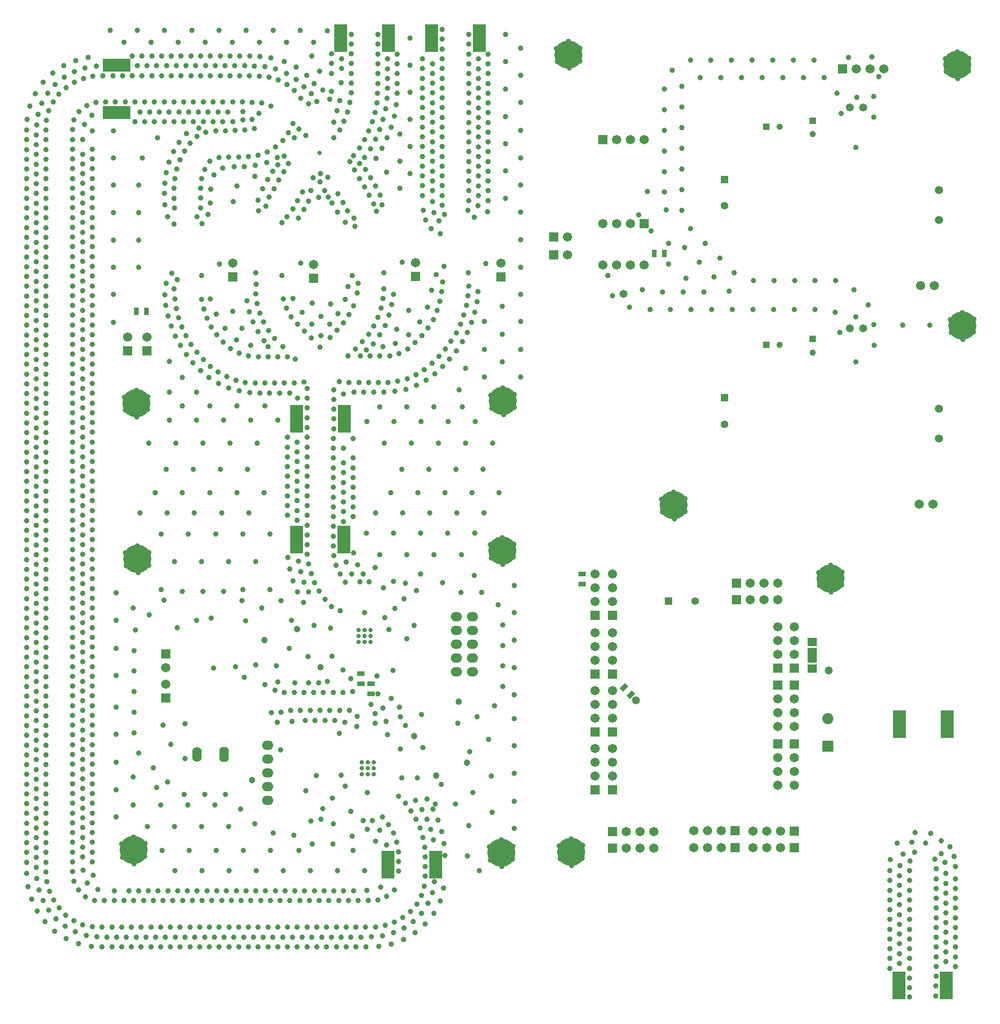
<source format=gbs>
G04*
G04 #@! TF.GenerationSoftware,Altium Limited,Altium Designer,24.0.1 (36)*
G04*
G04 Layer_Color=16711935*
%FSLAX44Y44*%
%MOMM*%
G71*
G04*
G04 #@! TF.SameCoordinates,B3AD537C-9D1A-4887-B287-0D13266BF09F*
G04*
G04*
G04 #@! TF.FilePolarity,Negative*
G04*
G01*
G75*
%ADD22R,5.0800X2.4130*%
%ADD24R,2.4130X5.0800*%
%ADD29R,0.9500X1.4000*%
%ADD30R,1.4000X0.9500*%
G04:AMPARAMS|DCode=40|XSize=0.95mm|YSize=1.4mm|CornerRadius=0mm|HoleSize=0mm|Usage=FLASHONLY|Rotation=135.000|XOffset=0mm|YOffset=0mm|HoleType=Round|Shape=Rectangle|*
%AMROTATEDRECTD40*
4,1,4,0.8309,0.1591,-0.1591,-0.8309,-0.8309,-0.1591,0.1591,0.8309,0.8309,0.1591,0.0*
%
%ADD40ROTATEDRECTD40*%

%ADD78R,1.7532X1.6032*%
%ADD115C,1.7032*%
%ADD116R,1.7032X1.7032*%
%ADD117C,1.5032*%
%ADD118O,2.1032X1.7032*%
G04:AMPARAMS|DCode=119|XSize=2.7432mm|YSize=1.7272mm|CornerRadius=0mm|HoleSize=0mm|Usage=FLASHONLY|Rotation=270.000|XOffset=0mm|YOffset=0mm|HoleType=Round|Shape=Octagon|*
%AMOCTAGOND119*
4,1,8,-0.4318,-1.3716,0.4318,-1.3716,0.8636,-0.9398,0.8636,0.9398,0.4318,1.3716,-0.4318,1.3716,-0.8636,0.9398,-0.8636,-0.9398,-0.4318,-1.3716,0.0*
%
%ADD119OCTAGOND119*%

%ADD120O,1.7272X2.7432*%
%ADD121R,1.4032X1.4032*%
%ADD122C,1.4032*%
%ADD123R,1.7032X1.7032*%
%ADD124R,2.0532X2.0532*%
%ADD125C,2.0532*%
%ADD126R,1.4032X1.4032*%
%ADD127R,1.1500X1.1500*%
%ADD128C,1.1500*%
%ADD129R,1.1500X1.1500*%
%ADD130C,1.0032*%
%ADD131C,0.8032*%
%ADD132C,5.2032*%
%ADD133C,1.2032*%
%ADD134C,1.4732*%
D22*
X1140400Y3403375D02*
D03*
Y3491005D02*
D03*
D24*
X2670815Y1793766D02*
D03*
X2583185D02*
D03*
X2671815Y2275766D02*
D03*
X2584185D02*
D03*
X1728815Y2016900D02*
D03*
X1641185D02*
D03*
X1472285Y2616100D02*
D03*
X1559915D02*
D03*
X1560135Y2838606D02*
D03*
X1472505D02*
D03*
X1721425Y3541000D02*
D03*
X1809055D02*
D03*
X1553760D02*
D03*
X1641390D02*
D03*
D29*
X1195370Y3036980D02*
D03*
X1176870D02*
D03*
X2150470Y3144100D02*
D03*
X2131970D02*
D03*
D30*
X1609300Y2350150D02*
D03*
Y2331650D02*
D03*
X1590600Y2368750D02*
D03*
Y2350250D02*
D03*
X1998858Y2534481D02*
D03*
Y2552981D02*
D03*
D40*
X2089218Y2330181D02*
D03*
X2076137Y2343262D02*
D03*
D78*
X2423038Y2408501D02*
D03*
Y2427501D02*
D03*
Y2378021D02*
D03*
Y2397021D02*
D03*
D115*
X1849060Y3125880D02*
D03*
X1231100Y2380400D02*
D03*
X1231300Y2349600D02*
D03*
X1355030Y3125880D02*
D03*
X1503620Y3123340D02*
D03*
X1691580Y3127150D02*
D03*
X1196280Y2989990D02*
D03*
X1160720D02*
D03*
X2080138Y2077641D02*
D03*
X2105538D02*
D03*
X2130938D02*
D03*
X2359538Y2505631D02*
D03*
X2334138D02*
D03*
X2308738D02*
D03*
X2054738Y2393871D02*
D03*
Y2419271D02*
D03*
Y2444671D02*
D03*
Y2180511D02*
D03*
Y2205911D02*
D03*
Y2231311D02*
D03*
Y2287191D02*
D03*
Y2312591D02*
D03*
Y2337991D02*
D03*
Y2501821D02*
D03*
Y2527221D02*
D03*
Y2552621D02*
D03*
X2359538Y2404641D02*
D03*
Y2430041D02*
D03*
Y2455441D02*
D03*
X2390018Y2322091D02*
D03*
Y2296691D02*
D03*
Y2271291D02*
D03*
Y2214141D02*
D03*
Y2188741D02*
D03*
Y2163341D02*
D03*
X2255398Y2048431D02*
D03*
X2229998D02*
D03*
X2204598D02*
D03*
X2359538Y2536111D02*
D03*
X2334138D02*
D03*
X2308738D02*
D03*
X2255741Y2079321D02*
D03*
X2230341D02*
D03*
X2204941D02*
D03*
X2364618Y2078911D02*
D03*
X2339218D02*
D03*
X2313818D02*
D03*
X2022988Y2501821D02*
D03*
Y2527221D02*
D03*
Y2552621D02*
D03*
Y2393871D02*
D03*
Y2419271D02*
D03*
Y2444671D02*
D03*
X2080138Y2047161D02*
D03*
X2105538D02*
D03*
X2130938D02*
D03*
X2364618Y2048431D02*
D03*
X2339218D02*
D03*
X2313818D02*
D03*
X2359538Y2214141D02*
D03*
Y2188741D02*
D03*
Y2163341D02*
D03*
X2022988Y2287191D02*
D03*
Y2312591D02*
D03*
Y2337991D02*
D03*
X2359538Y2271291D02*
D03*
Y2296691D02*
D03*
Y2322091D02*
D03*
X2390018Y2404641D02*
D03*
Y2430041D02*
D03*
Y2455441D02*
D03*
X2022988Y2180511D02*
D03*
Y2205911D02*
D03*
Y2231311D02*
D03*
X2504440Y3484460D02*
D03*
X2529840D02*
D03*
X2555240D02*
D03*
X2062480Y3353650D02*
D03*
X2087880D02*
D03*
X2113280D02*
D03*
X2087880Y3198710D02*
D03*
X2062480D02*
D03*
X2037080D02*
D03*
X2113280Y3122510D02*
D03*
X2087880D02*
D03*
X2062480D02*
D03*
X2037080D02*
D03*
X1972310Y3174580D02*
D03*
Y3141560D02*
D03*
X2646102Y2681752D02*
D03*
X2620702D02*
D03*
X2623226Y3084131D02*
D03*
X2648626D02*
D03*
D116*
X1849060Y3100480D02*
D03*
X1231100Y2405800D02*
D03*
X1231300Y2324200D02*
D03*
X1355030Y3100480D02*
D03*
X1503620Y3097940D02*
D03*
X1691580Y3101750D02*
D03*
X1196280Y2964590D02*
D03*
X1160720D02*
D03*
X2054738Y2368471D02*
D03*
Y2155111D02*
D03*
Y2261791D02*
D03*
Y2476421D02*
D03*
X2359538Y2379241D02*
D03*
X2390018Y2347491D02*
D03*
Y2239541D02*
D03*
X2022988Y2476421D02*
D03*
Y2368471D02*
D03*
X2359538Y2239541D02*
D03*
X2022988Y2261791D02*
D03*
X2359538Y2347491D02*
D03*
X2390018Y2379241D02*
D03*
X2022988Y2155111D02*
D03*
X2113280Y3198710D02*
D03*
D117*
X2657000Y2802910D02*
D03*
Y2857910D02*
D03*
Y3205500D02*
D03*
Y3260500D02*
D03*
D118*
X1767000Y2372520D02*
D03*
Y2397920D02*
D03*
Y2423320D02*
D03*
Y2448720D02*
D03*
Y2474120D02*
D03*
X1797000Y2372520D02*
D03*
Y2397920D02*
D03*
Y2423320D02*
D03*
Y2448720D02*
D03*
Y2474120D02*
D03*
X1419100Y2135700D02*
D03*
Y2161100D02*
D03*
Y2186500D02*
D03*
Y2211900D02*
D03*
Y2237300D02*
D03*
D119*
X1339000Y2219600D02*
D03*
D120*
X1288600D02*
D03*
D121*
X2158608Y2503091D02*
D03*
D122*
X2207408D02*
D03*
X2261870Y3231460D02*
D03*
Y2828870D02*
D03*
D123*
X2054738Y2077641D02*
D03*
X2283338Y2505631D02*
D03*
X2280798Y2048431D02*
D03*
X2283338Y2536111D02*
D03*
X2281141Y2079321D02*
D03*
X2390018Y2078911D02*
D03*
X2054738Y2047161D02*
D03*
X2390018Y2048431D02*
D03*
X2479040Y3484460D02*
D03*
X2037080Y3353650D02*
D03*
X1946910Y3174580D02*
D03*
Y3141560D02*
D03*
D124*
X2452248Y2235121D02*
D03*
D125*
Y2285921D02*
D03*
D126*
X2261870Y3280260D02*
D03*
Y2877670D02*
D03*
D127*
X2338470Y3377780D02*
D03*
Y2975190D02*
D03*
D128*
X2363470Y3377780D02*
D03*
X2424430Y3363810D02*
D03*
Y2961220D02*
D03*
X2363470Y2975190D02*
D03*
D129*
X2424430Y3388810D02*
D03*
Y2986220D02*
D03*
D130*
X1550092Y1950473D02*
D03*
X1095584Y3102006D02*
D03*
X1307092Y1968560D02*
D03*
X1010527Y3173364D02*
D03*
X1118092Y1950473D02*
D03*
X1077560Y3183006D02*
D03*
X1095584Y2058005D02*
D03*
X1262092Y1950473D02*
D03*
X1169475Y3507774D02*
D03*
X1077560Y2355005D02*
D03*
X1010527Y2903363D02*
D03*
X1745924Y2033927D02*
D03*
X1316092Y1950473D02*
D03*
X1223475Y3471663D02*
D03*
X1385763Y3507629D02*
D03*
X1239681Y1865416D02*
D03*
X1719613Y2081895D02*
D03*
X1345326Y3404630D02*
D03*
X1059473Y3246006D02*
D03*
Y2652005D02*
D03*
X1489000Y3361000D02*
D03*
X1010527Y2075363D02*
D03*
X1104276Y1883862D02*
D03*
X1059473Y2670005D02*
D03*
X1627693Y1975523D02*
D03*
X1618020Y2059896D02*
D03*
X1419681Y1901528D02*
D03*
X1077560Y2103005D02*
D03*
X992440Y2048362D02*
D03*
X1047018Y1880630D02*
D03*
X1425316Y3415652D02*
D03*
X992440Y3344364D02*
D03*
X1419681Y1865416D02*
D03*
X974416Y3263364D02*
D03*
X1103416Y3488942D02*
D03*
X1158681Y1883440D02*
D03*
X997413Y1970572D02*
D03*
X992440Y2426363D02*
D03*
X1095584Y3030006D02*
D03*
X992440Y2210363D02*
D03*
X1059473Y3318006D02*
D03*
X1095584Y3228006D02*
D03*
X1563681Y1901528D02*
D03*
X992440Y3128363D02*
D03*
X1095584Y2868005D02*
D03*
X992440Y2156363D02*
D03*
X1010527Y3227364D02*
D03*
X1295475Y3507774D02*
D03*
X1478092Y1950473D02*
D03*
X1660527Y2004714D02*
D03*
X1610331Y1883739D02*
D03*
X1192326Y3386606D02*
D03*
X974416Y3353364D02*
D03*
X1095584Y2022005D02*
D03*
X1367476Y3507774D02*
D03*
X1026256Y1894332D02*
D03*
X974416Y2831363D02*
D03*
X1156326Y3422718D02*
D03*
X1300326Y3386606D02*
D03*
X974416Y3137363D02*
D03*
X1149681Y1901527D02*
D03*
X992440Y2822363D02*
D03*
X1347681Y1865416D02*
D03*
X1115476Y3471719D02*
D03*
X1709473Y2013328D02*
D03*
X1280092Y1950473D02*
D03*
X1010527Y2939363D02*
D03*
X974532Y2000469D02*
D03*
X992440Y2894363D02*
D03*
X1577092Y1968560D02*
D03*
X1379092D02*
D03*
X1059473Y3048006D02*
D03*
X1077560Y2913005D02*
D03*
X1205475Y3507774D02*
D03*
X1239681Y1901527D02*
D03*
X1581681Y1865416D02*
D03*
X1372326Y3422718D02*
D03*
X1370092Y1950473D02*
D03*
X992440Y2966363D02*
D03*
X1527681Y1865416D02*
D03*
X1010527Y3029363D02*
D03*
Y2021362D02*
D03*
X974416Y2597363D02*
D03*
X1061694Y1913624D02*
D03*
X1365681Y1901528D02*
D03*
X1059473Y2274005D02*
D03*
X992440Y2138363D02*
D03*
X1336326Y3386606D02*
D03*
X1415092Y1968560D02*
D03*
X1650833Y2075284D02*
D03*
X1545681Y1865416D02*
D03*
X974416Y3227363D02*
D03*
X1572681Y1883440D02*
D03*
X992440Y2102363D02*
D03*
X1059473Y3210006D02*
D03*
X974416Y2903363D02*
D03*
X1709709Y1907293D02*
D03*
X1190092Y1950473D02*
D03*
X1385475Y3471519D02*
D03*
X1520395Y3444810D02*
D03*
X1095584Y3336006D02*
D03*
X1532092Y1950473D02*
D03*
X1029001Y1916655D02*
D03*
X1131681Y1865416D02*
D03*
X1282326Y3386606D02*
D03*
X1095584Y2652005D02*
D03*
X992440Y2750363D02*
D03*
X1630359Y2104740D02*
D03*
X983920Y1952988D02*
D03*
X1013309Y3439602D02*
D03*
X1219325Y3404630D02*
D03*
X1044018Y3468790D02*
D03*
X1352092Y1950473D02*
D03*
X1651265Y1891287D02*
D03*
X1095584Y2382005D02*
D03*
X1702527Y1960193D02*
D03*
X1496092Y1950473D02*
D03*
X992440Y2462363D02*
D03*
X1217092Y1968560D02*
D03*
X1318326Y3386606D02*
D03*
X1059473Y3120006D02*
D03*
Y2706005D02*
D03*
X1077560Y2931006D02*
D03*
X1500681Y1883440D02*
D03*
X1077560Y2157005D02*
D03*
X1286476Y3489750D02*
D03*
X1630986Y1885876D02*
D03*
X1059473Y2922006D02*
D03*
X1095584Y3156006D02*
D03*
X1096674Y3470513D02*
D03*
X1468493Y3443896D02*
D03*
X974416Y2057363D02*
D03*
X1172092Y1950473D02*
D03*
X1298092D02*
D03*
X1077560Y3039006D02*
D03*
Y2805005D02*
D03*
X1397092Y1968560D02*
D03*
X1010527Y3011363D02*
D03*
X1354326Y3386606D02*
D03*
X1095584Y2724005D02*
D03*
X1257681Y1865416D02*
D03*
X1077560Y2481005D02*
D03*
X1059473Y2850005D02*
D03*
X1062568Y3459384D02*
D03*
X974416Y2039362D02*
D03*
X992440Y2066362D02*
D03*
X974416Y2435363D02*
D03*
X1102348Y3421899D02*
D03*
X1010527Y2399363D02*
D03*
X974416Y2795363D02*
D03*
X1059473Y2076005D02*
D03*
X1077560Y3309006D02*
D03*
X1327326Y3404630D02*
D03*
X992440Y2390363D02*
D03*
X1264326Y3422718D02*
D03*
X1077560Y2823005D02*
D03*
X992440Y2516363D02*
D03*
X1010527Y2291363D02*
D03*
X1095584Y2706005D02*
D03*
X974416Y2345363D02*
D03*
X1232476Y3489750D02*
D03*
X1437681Y1901528D02*
D03*
X1404731Y3506977D02*
D03*
X1059473Y3156006D02*
D03*
X1185681Y1865416D02*
D03*
X1059473Y2454005D02*
D03*
Y2526005D02*
D03*
X1723916Y2118992D02*
D03*
X1059473Y2148005D02*
D03*
X992440Y3254363D02*
D03*
X1454468Y3455178D02*
D03*
X1480172Y3430198D02*
D03*
X1451092Y1968560D02*
D03*
X1082324Y3485578D02*
D03*
X1095584Y2490005D02*
D03*
X1077560Y3147006D02*
D03*
X1010527Y2147363D02*
D03*
Y2813363D02*
D03*
X1095584Y2580005D02*
D03*
X992440Y2570363D02*
D03*
X1095584Y2328005D02*
D03*
X1077560Y2067005D02*
D03*
X992440Y2084362D02*
D03*
X1367476Y3471663D02*
D03*
X1077560Y2445005D02*
D03*
X974416Y3299363D02*
D03*
Y3011363D02*
D03*
X1691970Y2135159D02*
D03*
X974416Y2489363D02*
D03*
Y2993363D02*
D03*
X1289092Y1968560D02*
D03*
X1095584Y2166005D02*
D03*
X1275681Y1901527D02*
D03*
X1105867Y1970879D02*
D03*
X1010527Y2597363D02*
D03*
X974416Y2813363D02*
D03*
X1010527Y2111363D02*
D03*
X1081043Y3381918D02*
D03*
X1059473Y2058005D02*
D03*
X974416Y2561363D02*
D03*
X1059473Y2616005D02*
D03*
X1095584Y3210006D02*
D03*
X1077560Y2319005D02*
D03*
X1010527Y2453363D02*
D03*
X1059473Y2886006D02*
D03*
X1010527Y2867363D02*
D03*
X1660614Y2022714D02*
D03*
X1010527Y3137363D02*
D03*
X1361092Y1968560D02*
D03*
X1059473Y3030005D02*
D03*
X1264325Y3386606D02*
D03*
X1095584Y2598005D02*
D03*
X1275681Y1865416D02*
D03*
X1095584Y3138006D02*
D03*
X1259475Y3471663D02*
D03*
X974416Y3281364D02*
D03*
X975344Y3391116D02*
D03*
X1059473Y2976006D02*
D03*
Y2022005D02*
D03*
X1077560Y2535005D02*
D03*
X1095584Y3300006D02*
D03*
X974416Y2165363D02*
D03*
X1241475Y3507774D02*
D03*
X1010527Y2669363D02*
D03*
Y2651363D02*
D03*
X1095584Y2994006D02*
D03*
X1509595Y3423857D02*
D03*
X1010527Y3263364D02*
D03*
X1059473Y2796005D02*
D03*
X1010527Y2741363D02*
D03*
Y2957363D02*
D03*
X1077560Y2985005D02*
D03*
X1005266Y3459212D02*
D03*
X1388092Y1950473D02*
D03*
X1518681Y1883440D02*
D03*
X1095584Y2526005D02*
D03*
X974416Y2291363D02*
D03*
X1095584Y2364005D02*
D03*
X974416Y3155363D02*
D03*
X1113681Y1901527D02*
D03*
X1095584Y2274005D02*
D03*
X1536681Y1883440D02*
D03*
X992440Y3200363D02*
D03*
X1709473Y1995328D02*
D03*
X1078140Y1906309D02*
D03*
X1010527Y2975363D02*
D03*
X1541092Y1968560D02*
D03*
X1010527Y2687363D02*
D03*
X1002507Y3420959D02*
D03*
X974416Y2741363D02*
D03*
X1095584Y2112005D02*
D03*
Y2040005D02*
D03*
X1077560Y3003006D02*
D03*
X1010527Y2219363D02*
D03*
X1331476Y3507774D02*
D03*
X1059473Y2580005D02*
D03*
X1077560Y2949006D02*
D03*
X1491681Y1865416D02*
D03*
X1354326Y3422718D02*
D03*
X1059473Y2760005D02*
D03*
X1077560Y3237006D02*
D03*
X1210325Y3422718D02*
D03*
X1413717Y3487930D02*
D03*
X1471363Y3464585D02*
D03*
X1095584Y2346005D02*
D03*
X980550Y3415334D02*
D03*
X1079156Y3466373D02*
D03*
X1095584Y3012006D02*
D03*
X1343092Y1968560D02*
D03*
X1010527Y2723363D02*
D03*
X1668211Y1919386D02*
D03*
X1469092Y1968560D02*
D03*
X1059473Y3102006D02*
D03*
X1471294Y3487130D02*
D03*
X1061578Y3389882D02*
D03*
X1070425Y1970226D02*
D03*
X1059473Y2004005D02*
D03*
X1010527Y2237363D02*
D03*
Y3245363D02*
D03*
X1709907Y2031322D02*
D03*
X1070200Y1871082D02*
D03*
X1491681Y1901528D02*
D03*
X1340476Y3489750D02*
D03*
X1059473Y2832006D02*
D03*
X1010527Y2417363D02*
D03*
X1077560Y2211005D02*
D03*
X1563681Y1865416D02*
D03*
X974416Y2867363D02*
D03*
X1625413Y2080391D02*
D03*
X1600386Y1865423D02*
D03*
X1095584Y2940005D02*
D03*
X974416Y3065363D02*
D03*
X1077560Y2121005D02*
D03*
X992440Y2174363D02*
D03*
X1638372Y2053248D02*
D03*
X1077560Y2031005D02*
D03*
X1311681Y1865416D02*
D03*
X992440Y3038363D02*
D03*
X974416Y2687363D02*
D03*
X1059473Y2436005D02*
D03*
X992440Y3056363D02*
D03*
X1203681Y1865416D02*
D03*
X992469Y2011638D02*
D03*
X1660241Y2143382D02*
D03*
X1169475Y3471663D02*
D03*
X992440Y2930363D02*
D03*
X1682211Y1930700D02*
D03*
X1023157Y3476339D02*
D03*
X1347681Y1901527D02*
D03*
X992440Y3002363D02*
D03*
X1376548Y3489678D02*
D03*
X1401681Y1865416D02*
D03*
X974416Y2759363D02*
D03*
X1300326Y3422718D02*
D03*
X1473681Y1901528D02*
D03*
X1077560Y2625005D02*
D03*
X1010527Y2165363D02*
D03*
X1095584Y3369887D02*
D03*
X1004797Y1951020D02*
D03*
X1059473Y2220005D02*
D03*
X1010527Y2003362D02*
D03*
X1095584Y2634005D02*
D03*
X1011412Y3389342D02*
D03*
X992440Y3272364D02*
D03*
X1027477Y3455691D02*
D03*
X1604092Y1950473D02*
D03*
X1707792Y1977406D02*
D03*
X1504969Y3456773D02*
D03*
X1095584Y2292005D02*
D03*
X1669891Y1879073D02*
D03*
X1010527Y2561363D02*
D03*
Y2057363D02*
D03*
X1257681Y1901527D02*
D03*
X1365681Y1865416D02*
D03*
X1349476Y3507774D02*
D03*
X1533000Y3428000D02*
D03*
X1095584Y2796005D02*
D03*
X1494644Y3419494D02*
D03*
X1705388Y2066985D02*
D03*
X1226092Y1950473D02*
D03*
X1077560Y3093006D02*
D03*
X1095584Y2472005D02*
D03*
X974416Y2651363D02*
D03*
X1246326Y3422718D02*
D03*
X1138326Y3422804D02*
D03*
X1259475Y3507774D02*
D03*
X1282326Y3422718D02*
D03*
X1374681Y1883440D02*
D03*
X992440Y3290363D02*
D03*
X974416Y2669363D02*
D03*
X1010527Y2327363D02*
D03*
X1601983Y1969093D02*
D03*
X1122681Y1883440D02*
D03*
X992440Y3020363D02*
D03*
X1201326Y3404630D02*
D03*
X992440Y2318363D02*
D03*
X974416Y2219363D02*
D03*
X992440Y2408363D02*
D03*
Y2768363D02*
D03*
X1554681Y1883440D02*
D03*
X974416Y2543363D02*
D03*
X1136266Y1968560D02*
D03*
X1442092Y1950473D02*
D03*
X974416Y2021362D02*
D03*
Y2129363D02*
D03*
Y3317364D02*
D03*
X1700000Y2084160D02*
D03*
X1329681Y1901527D02*
D03*
X1136092Y1950473D02*
D03*
X1059473Y2094005D02*
D03*
Y2112005D02*
D03*
X1383681Y1901528D02*
D03*
X1059473Y3138006D02*
D03*
X1670383Y1900087D02*
D03*
X1015359Y1932866D02*
D03*
X1095584Y3174006D02*
D03*
X1394859Y3489284D02*
D03*
X1095584Y2904005D02*
D03*
X992440Y2732363D02*
D03*
X1277476Y3507774D02*
D03*
X974416Y3245363D02*
D03*
X1095584Y2886006D02*
D03*
X1059473Y2814005D02*
D03*
Y2346005D02*
D03*
X1726638Y1985101D02*
D03*
X1100105Y1951169D02*
D03*
X1568092Y1950473D02*
D03*
X974416Y2309363D02*
D03*
X1008513Y1911624D02*
D03*
X1077560Y2085005D02*
D03*
X1237326Y3404630D02*
D03*
X1455681Y1865416D02*
D03*
X1095584Y2850005D02*
D03*
Y3192006D02*
D03*
X1062445Y3478810D02*
D03*
X1095584Y2562005D02*
D03*
X1622043Y1951798D02*
D03*
X1410681Y1883440D02*
D03*
X1059473Y2400005D02*
D03*
Y2130005D02*
D03*
X1403464Y3470887D02*
D03*
X1034129Y3437510D02*
D03*
X1023311Y3423123D02*
D03*
X1133476Y3471576D02*
D03*
X1163092Y1968560D02*
D03*
X1059473Y2778005D02*
D03*
X1131681Y1901527D02*
D03*
X1295475Y3471663D02*
D03*
X1373000Y3405000D02*
D03*
X1059473Y2202005D02*
D03*
X1010527Y2579363D02*
D03*
X1077560Y2751005D02*
D03*
X1509681Y1901528D02*
D03*
X992440Y2696363D02*
D03*
X1401681Y1901528D02*
D03*
X1140681Y1883440D02*
D03*
X1059473Y2742005D02*
D03*
X1010527Y2543363D02*
D03*
X1088367Y3505656D02*
D03*
X1635437Y1904814D02*
D03*
X1077560Y2499005D02*
D03*
X1514092Y1950473D02*
D03*
X992440Y2480363D02*
D03*
X1194681Y1883440D02*
D03*
X1221681Y1865416D02*
D03*
X1095584Y2544005D02*
D03*
X992440Y2804363D02*
D03*
X974416Y2093363D02*
D03*
X990636Y3438498D02*
D03*
X992440Y2300363D02*
D03*
X1059473Y2166005D02*
D03*
X1293681Y1901527D02*
D03*
X1095584Y2616005D02*
D03*
X1523092Y1968560D02*
D03*
X1010527Y2183363D02*
D03*
X974416Y2615363D02*
D03*
X992440Y3308364D02*
D03*
X1255326Y3404630D02*
D03*
X1077560Y2787005D02*
D03*
X1174325Y3386606D02*
D03*
X1178475Y3489750D02*
D03*
X992440Y2786363D02*
D03*
X1059473Y3228006D02*
D03*
X1010527Y3191364D02*
D03*
Y3083363D02*
D03*
X1077560Y2373005D02*
D03*
X1277476Y3471663D02*
D03*
X1010527Y2849363D02*
D03*
X992440Y2840363D02*
D03*
Y2228363D02*
D03*
X1077560Y2769005D02*
D03*
X1322475Y3489750D02*
D03*
X1221681Y1901527D02*
D03*
X1010527Y3335363D02*
D03*
X1641839Y2090877D02*
D03*
X1095584Y2760005D02*
D03*
X974416Y3209363D02*
D03*
X974416Y2363363D02*
D03*
X1059473Y3372006D02*
D03*
X1509681Y1865416D02*
D03*
X1187476Y3507774D02*
D03*
X1167681Y1865416D02*
D03*
X1187476Y3471663D02*
D03*
X1599681Y1901528D02*
D03*
X1010527Y2993363D02*
D03*
X992440Y2534363D02*
D03*
X1223475Y3507774D02*
D03*
X1268475Y3489750D02*
D03*
X1464681Y1883440D02*
D03*
X1059473Y3336006D02*
D03*
X1248681Y1883440D02*
D03*
X1390323Y3422378D02*
D03*
X1059473Y2868005D02*
D03*
Y2634005D02*
D03*
X1559092Y1968560D02*
D03*
X974416Y2255363D02*
D03*
X1077560Y3273006D02*
D03*
X1428681Y1883440D02*
D03*
X1586092Y1950473D02*
D03*
X974416Y2975363D02*
D03*
X1077560Y2517005D02*
D03*
X1084518Y1886474D02*
D03*
X1077560Y2607005D02*
D03*
X1737059Y1949631D02*
D03*
X1095584Y3084006D02*
D03*
X1010527Y2525363D02*
D03*
X992440Y2660363D02*
D03*
X1010527Y2039362D02*
D03*
X974416Y2075363D02*
D03*
X1623567Y1866251D02*
D03*
X1672927Y2130612D02*
D03*
X1167681Y1901527D02*
D03*
X992440Y2444363D02*
D03*
X1482681Y1883440D02*
D03*
X1712646Y2137712D02*
D03*
X974416Y2849363D02*
D03*
X1077560Y2967006D02*
D03*
Y3201006D02*
D03*
Y3291006D02*
D03*
X1059473Y3012006D02*
D03*
X1095584Y2202005D02*
D03*
X1703284Y2118400D02*
D03*
X1077560Y2697005D02*
D03*
Y2643005D02*
D03*
X974416Y3101364D02*
D03*
Y2453363D02*
D03*
X1077560Y2409005D02*
D03*
X1228326Y3422718D02*
D03*
X1010527Y3047363D02*
D03*
X1095584Y2094005D02*
D03*
X1059473Y2418005D02*
D03*
X1652347Y1970331D02*
D03*
X1095584Y2742005D02*
D03*
X974416Y3083363D02*
D03*
X993513Y1991273D02*
D03*
X992440Y3074363D02*
D03*
X1077560Y2139005D02*
D03*
X1010527Y3119363D02*
D03*
X1077560Y2733005D02*
D03*
Y2229005D02*
D03*
X992440Y2912363D02*
D03*
X1095584Y2400005D02*
D03*
X1059473Y2184005D02*
D03*
Y2292005D02*
D03*
X1250475Y3489750D02*
D03*
X1403051Y3401951D02*
D03*
X1096959Y1997495D02*
D03*
X974416Y2237363D02*
D03*
X974416Y2327363D02*
D03*
X1077560Y2661005D02*
D03*
X1085334Y3416023D02*
D03*
X1273326Y3404630D02*
D03*
X1185681Y1901527D02*
D03*
X974416Y2705363D02*
D03*
X1581681Y1901528D02*
D03*
X1010527Y2435363D02*
D03*
X1095584Y2184005D02*
D03*
X1433092Y1968560D02*
D03*
X992440Y3146364D02*
D03*
X1010527Y3281364D02*
D03*
X1095584Y2922006D02*
D03*
X1016734Y1968062D02*
D03*
X1545681Y1901528D02*
D03*
X1077560Y2049005D02*
D03*
X1356681Y1883440D02*
D03*
X1739844Y2077795D02*
D03*
X1095584Y2454005D02*
D03*
X1042976Y3489719D02*
D03*
X1059473Y3084006D02*
D03*
Y2562005D02*
D03*
X1077560Y2679005D02*
D03*
X1311681Y1901527D02*
D03*
X1687782Y1912148D02*
D03*
X1010527Y2363363D02*
D03*
X992440Y2858363D02*
D03*
X1313476Y3471663D02*
D03*
X1638721Y1958570D02*
D03*
X1015648Y3406837D02*
D03*
X1714782Y1945310D02*
D03*
X1045461Y1903103D02*
D03*
X1499795Y3438050D02*
D03*
X1425307Y3504813D02*
D03*
X1095584Y2670005D02*
D03*
Y3246006D02*
D03*
X1199092Y1968560D02*
D03*
X1302681Y1883440D02*
D03*
X1010527Y3353364D02*
D03*
X992440Y2552363D02*
D03*
X1059473Y2508005D02*
D03*
X1077560Y2337005D02*
D03*
X1095584Y2436005D02*
D03*
X1617678Y1901879D02*
D03*
X1059473Y3282006D02*
D03*
X992440Y2948363D02*
D03*
X974416Y2417363D02*
D03*
X1059473Y2958006D02*
D03*
X1077560Y2301005D02*
D03*
X1491128Y3472032D02*
D03*
X1465265Y3383101D02*
D03*
X1077560Y2553005D02*
D03*
X1602545Y2081709D02*
D03*
X1077560Y3057006D02*
D03*
X992440Y3218364D02*
D03*
X1010527Y2921363D02*
D03*
X1059473Y2994006D02*
D03*
X992440Y2606363D02*
D03*
X1113681Y1865416D02*
D03*
X1205475Y3471663D02*
D03*
X1406092Y1950473D02*
D03*
X1010527Y2507363D02*
D03*
X1077560Y3075006D02*
D03*
X1095584Y3048006D02*
D03*
X992440Y2984363D02*
D03*
X1708609Y2049276D02*
D03*
X1120326Y3422804D02*
D03*
X1010527Y3371364D02*
D03*
X1095584Y2238005D02*
D03*
X1077560Y3255006D02*
D03*
X992440Y3164363D02*
D03*
X974416Y3335363D02*
D03*
X1059473Y2688005D02*
D03*
X1683666Y2116167D02*
D03*
X1059473Y2238005D02*
D03*
X1077560Y2391005D02*
D03*
X1338681Y1883440D02*
D03*
X1151475Y3471663D02*
D03*
X974416Y3371364D02*
D03*
X1077560Y2193005D02*
D03*
X992440Y2642363D02*
D03*
X1095584Y2130005D02*
D03*
X1077560Y3021006D02*
D03*
X974416Y2147363D02*
D03*
X1235092Y1968560D02*
D03*
X1244092Y1950473D02*
D03*
X1010527Y2255363D02*
D03*
X1724525Y2062455D02*
D03*
X1059473Y2364005D02*
D03*
X1690909Y1891300D02*
D03*
X1358476Y3489750D02*
D03*
X1059473Y3174006D02*
D03*
X1743745Y1974034D02*
D03*
X1095584Y2220005D02*
D03*
X1077560Y3111006D02*
D03*
X1433628Y3483865D02*
D03*
X1077560Y3165006D02*
D03*
X1590858Y1883442D02*
D03*
X992440Y2354363D02*
D03*
Y2264363D02*
D03*
X1010527Y2759363D02*
D03*
X1077560Y2571005D02*
D03*
X1505092Y1968560D02*
D03*
X1733101Y2098595D02*
D03*
X1486211Y3450749D02*
D03*
X1077560Y2715005D02*
D03*
X974416Y2183363D02*
D03*
X1059473Y3300006D02*
D03*
X992440Y2714363D02*
D03*
X1010527Y3101364D02*
D03*
X1246326Y3386606D02*
D03*
X1383681Y1865416D02*
D03*
X1010527Y3209363D02*
D03*
X1077560Y3353475D02*
D03*
X1095584Y3264006D02*
D03*
Y3120006D02*
D03*
X1176681Y1883440D02*
D03*
X1349476Y3471663D02*
D03*
X1077560Y2427005D02*
D03*
X1725550Y1927058D02*
D03*
X992440Y3236364D02*
D03*
X974416Y2201363D02*
D03*
X1174325Y3422718D02*
D03*
X974416Y2723363D02*
D03*
X1228326Y3386606D02*
D03*
X1438542Y3463565D02*
D03*
X1095584Y3282006D02*
D03*
X992440Y3110363D02*
D03*
X974416Y2579363D02*
D03*
X1062135Y1986203D02*
D03*
X1095584Y2976006D02*
D03*
X1149681Y1865416D02*
D03*
X1230681Y1883440D02*
D03*
X1077560Y3327006D02*
D03*
X994396Y1931386D02*
D03*
X1487092Y1968560D02*
D03*
X1693879Y1944407D02*
D03*
X974416Y2777363D02*
D03*
X974416Y2471363D02*
D03*
X1047448Y3449619D02*
D03*
X1095175Y3398428D02*
D03*
X1192326Y3422718D02*
D03*
X1077560Y2265005D02*
D03*
X974416Y3029363D02*
D03*
X1046938Y1923934D02*
D03*
X1083318Y1957664D02*
D03*
X1095584Y2418005D02*
D03*
X1208092Y1950473D02*
D03*
X1647231Y1870683D02*
D03*
X974416Y3119363D02*
D03*
X1095584Y2076005D02*
D03*
X974416Y2399363D02*
D03*
X1453408Y3476008D02*
D03*
X1077560Y2841006D02*
D03*
X1059473Y2328005D02*
D03*
X1652450Y1910693D02*
D03*
X1010527Y3317364D02*
D03*
X1304476Y3489750D02*
D03*
X992440Y2120363D02*
D03*
Y2282363D02*
D03*
X1010527Y2129363D02*
D03*
X1077560Y2283005D02*
D03*
X992440Y2246363D02*
D03*
Y2372363D02*
D03*
X1424092Y1950473D02*
D03*
X1059473Y2040005D02*
D03*
X1253092Y1968560D02*
D03*
X992440Y2624363D02*
D03*
Y3362364D02*
D03*
Y2030363D02*
D03*
X995707Y3400662D02*
D03*
X1095584Y3318006D02*
D03*
X974416Y2273363D02*
D03*
X1408302Y3421529D02*
D03*
X1010527Y3065363D02*
D03*
Y2309363D02*
D03*
X1059473Y3066006D02*
D03*
X974416Y2921363D02*
D03*
X974416Y3191364D02*
D03*
X1010527Y2345363D02*
D03*
X1077560Y2175005D02*
D03*
X1059473Y2940005D02*
D03*
X1010527Y2831363D02*
D03*
X1266681Y1883440D02*
D03*
X1210326Y3386606D02*
D03*
X1095584Y2814005D02*
D03*
X1010527Y2471363D02*
D03*
X974416Y3047363D02*
D03*
X1309326Y3404630D02*
D03*
X1421356Y3468918D02*
D03*
X1059473Y2544005D02*
D03*
X1455681Y1901528D02*
D03*
X1271092Y1968560D02*
D03*
X1095584Y3066006D02*
D03*
X1291326Y3404630D02*
D03*
X1241476Y3471663D02*
D03*
X1010527Y2489363D02*
D03*
X1064253Y1892882D02*
D03*
X1059473Y2472005D02*
D03*
X1010527Y3299364D02*
D03*
X1437681Y1865416D02*
D03*
X1059473Y2490005D02*
D03*
X1336326Y3422718D02*
D03*
X1077560Y2589005D02*
D03*
X1660414Y2040713D02*
D03*
X1154091Y1950473D02*
D03*
X974416Y2957363D02*
D03*
X1390000Y3391000D02*
D03*
X1293681Y1865416D02*
D03*
X1094047Y1866278D02*
D03*
X1183326Y3404630D02*
D03*
X1065136Y3499651D02*
D03*
X1692805Y2100659D02*
D03*
X1059473Y2382005D02*
D03*
X1325092Y1968560D02*
D03*
X1077560Y2877006D02*
D03*
X1095584Y2778005D02*
D03*
X977146Y1975862D02*
D03*
X1010527Y2615363D02*
D03*
X1059473Y2256005D02*
D03*
X992440Y2678363D02*
D03*
X1181092Y1968560D02*
D03*
X1070885Y3405290D02*
D03*
X1059473Y3192006D02*
D03*
X1010527Y2705363D02*
D03*
X1077560Y2247005D02*
D03*
X1095584Y2148005D02*
D03*
X1334092Y1950473D02*
D03*
X1010527Y2381363D02*
D03*
X1313475Y3507774D02*
D03*
X1095584Y2688005D02*
D03*
X1712483Y2100616D02*
D03*
X1059473Y2598005D02*
D03*
X1034377Y1936826D02*
D03*
X1077560Y3219006D02*
D03*
X1473681Y1865416D02*
D03*
X1392681Y1883440D02*
D03*
X1214475Y3489750D02*
D03*
X1527681Y1901528D02*
D03*
X974416Y2939363D02*
D03*
X1095584Y2256005D02*
D03*
X974416Y2633363D02*
D03*
X1077560Y2859005D02*
D03*
X1203681Y1901527D02*
D03*
X1024248Y1951706D02*
D03*
X1010527Y2633363D02*
D03*
X992440Y3092363D02*
D03*
X1095584Y2508005D02*
D03*
X1010527Y2093363D02*
D03*
X1446681Y1883440D02*
D03*
X974416Y2381363D02*
D03*
X1010527Y2201363D02*
D03*
Y2795363D02*
D03*
X1460092Y1950473D02*
D03*
X1077560Y2895005D02*
D03*
X992440Y3326364D02*
D03*
X1095700Y1902351D02*
D03*
X1320681Y1883440D02*
D03*
X992440Y3182363D02*
D03*
X1329681Y1865416D02*
D03*
X1077560Y2463005D02*
D03*
X1059473Y2310005D02*
D03*
X1702863Y1927347D02*
D03*
X992440Y2588363D02*
D03*
X1449281Y3498043D02*
D03*
X992440Y2498363D02*
D03*
X1059473Y3264006D02*
D03*
X1657070Y2058400D02*
D03*
X1331476Y3471663D02*
D03*
X1059473Y2904005D02*
D03*
X1722811Y1965310D02*
D03*
X974416Y3173364D02*
D03*
X1077560Y3129006D02*
D03*
X1078569Y2006932D02*
D03*
X992440Y2192363D02*
D03*
X1010527Y3155363D02*
D03*
X992440Y2876363D02*
D03*
X1011970Y1985420D02*
D03*
X1010527Y2273363D02*
D03*
X1284681Y1883440D02*
D03*
X1744137Y2055736D02*
D03*
X974416Y2111362D02*
D03*
X1212681Y1883440D02*
D03*
X974416Y2525363D02*
D03*
X1059473Y3354006D02*
D03*
X992893Y3380797D02*
D03*
X1095584Y2832006D02*
D03*
X974416Y2507363D02*
D03*
X1318326Y3422718D02*
D03*
X1010527Y2777363D02*
D03*
Y2885363D02*
D03*
X1196475Y3489750D02*
D03*
X1095584Y2958006D02*
D03*
X974416Y2885363D02*
D03*
X1059473Y2724005D02*
D03*
X992440Y2336363D02*
D03*
X1095584Y2310005D02*
D03*
X1086435Y1982529D02*
D03*
X2640000Y3012000D02*
D03*
X2590000D02*
D03*
X1443975Y2297483D02*
D03*
X1479622Y2301030D02*
D03*
X1468970Y2352457D02*
D03*
X1442741Y2228309D02*
D03*
X1359556Y2382025D02*
D03*
X1397444Y2384935D02*
D03*
X1435412Y2383378D02*
D03*
X1646727Y2323685D02*
D03*
X1663907Y2289791D02*
D03*
X1267063Y2212147D02*
D03*
X1240193Y2239017D02*
D03*
X1225965Y2274253D02*
D03*
X1252022Y2453912D02*
D03*
X1287535Y2467435D02*
D03*
X1617555Y2564804D02*
D03*
X1443790Y2503291D02*
D03*
X1408059Y2490356D02*
D03*
X1378865Y2466031D02*
D03*
X1371502Y2503311D02*
D03*
X1337748Y2520765D02*
D03*
X1299748D02*
D03*
X1261748D02*
D03*
X1227336Y2504646D02*
D03*
X1200466Y2477776D02*
D03*
X1174942Y2449624D02*
D03*
X1172635Y2411694D02*
D03*
Y2373694D02*
D03*
Y2335694D02*
D03*
Y2297694D02*
D03*
Y2259694D02*
D03*
X1181134Y2222656D02*
D03*
X1208004Y2195786D02*
D03*
X1234874Y2168916D02*
D03*
X1265396Y2146280D02*
D03*
X1303394Y2145935D02*
D03*
X1341394D02*
D03*
X1368790Y2119601D02*
D03*
X1395358Y2092432D02*
D03*
X1429394Y2075535D02*
D03*
X1467133Y2071084D02*
D03*
X1501424Y2054709D02*
D03*
X1539424D02*
D03*
X1574544Y2069219D02*
D03*
X1727731Y2128951D02*
D03*
X1765730D02*
D03*
X1797475Y2149838D02*
D03*
X1791283Y2224941D02*
D03*
X1769440Y2277730D02*
D03*
X1805546Y2289579D02*
D03*
X1837599Y2309989D02*
D03*
X1852315Y2345024D02*
D03*
Y2383024D02*
D03*
Y2421024D02*
D03*
X1852565Y2459023D02*
D03*
X1843972Y2496038D02*
D03*
X1813604Y2518881D02*
D03*
X1775605Y2519265D02*
D03*
X1741896Y2536806D02*
D03*
X1668000Y2665000D02*
D03*
X1618000D02*
D03*
X1818000D02*
D03*
X1768000D02*
D03*
X1718000D02*
D03*
X1684000Y2794000D02*
D03*
X1634000D02*
D03*
X1834000D02*
D03*
X1784000D02*
D03*
X1734000D02*
D03*
X1746000Y2703000D02*
D03*
X1796000D02*
D03*
X1846000D02*
D03*
X1646000D02*
D03*
X1696000D02*
D03*
X1716000Y2746000D02*
D03*
X1766000D02*
D03*
X1816000D02*
D03*
X1666000D02*
D03*
X1232000D02*
D03*
X1382000D02*
D03*
X1332000D02*
D03*
X1282000D02*
D03*
X1262000Y2703000D02*
D03*
X1212000D02*
D03*
X1412000D02*
D03*
X1362000D02*
D03*
X1312000D02*
D03*
X1300000Y2794000D02*
D03*
X1350000D02*
D03*
X1400000D02*
D03*
X1200000D02*
D03*
X1250000D02*
D03*
X1284000Y2665000D02*
D03*
X1334000D02*
D03*
X1384000D02*
D03*
X1184000D02*
D03*
X1234000D02*
D03*
X1831000Y2180000D02*
D03*
X1826000Y2248000D02*
D03*
X1833000Y2113000D02*
D03*
X1809000Y2006000D02*
D03*
X1787000Y2033000D02*
D03*
X1790000Y2089000D02*
D03*
X1314800Y2471600D02*
D03*
X1376000Y2362000D02*
D03*
X1319000Y2379000D02*
D03*
X1267000Y2277000D02*
D03*
X1703000Y2294000D02*
D03*
X1662000Y2307000D02*
D03*
X1517000Y2101000D02*
D03*
X1632407Y2527452D02*
D03*
X1673407Y2535452D02*
D03*
X1693407Y2522452D02*
D03*
X1670407Y2507452D02*
D03*
X1653407Y2489452D02*
D03*
X1635407Y2472452D02*
D03*
X1651407Y2539452D02*
D03*
X1498296Y2097295D02*
D03*
X1540000Y2092000D02*
D03*
X1572296Y2115295D02*
D03*
X1562296Y2161295D02*
D03*
X1538296Y2139295D02*
D03*
X1521000Y2120000D02*
D03*
X1489000Y2153000D02*
D03*
X1509000Y2181100D02*
D03*
X1476300Y2042829D02*
D03*
X1576300D02*
D03*
X1551000Y2259000D02*
D03*
X1673000Y2273000D02*
D03*
X1650000Y2375000D02*
D03*
X1529000Y2355000D02*
D03*
X1606000Y2538000D02*
D03*
X1589000D02*
D03*
X1612000Y2098000D02*
D03*
X1595000D02*
D03*
X1695000Y2177000D02*
D03*
X1666618Y2177100D02*
D03*
X1739000Y2165000D02*
D03*
X1705000Y2233000D02*
D03*
X1664000Y2230000D02*
D03*
X1689000Y2458000D02*
D03*
X1676000Y2433000D02*
D03*
X1505000Y2458000D02*
D03*
X1535000Y2453000D02*
D03*
X1463000Y2467000D02*
D03*
X1459000Y2416000D02*
D03*
X1494000Y2400000D02*
D03*
X1538000Y2401000D02*
D03*
D03*
X1800000Y2550000D02*
D03*
X1701000Y2553000D02*
D03*
X1726000Y2588000D02*
D03*
X1776000D02*
D03*
X1626000D02*
D03*
X1676000D02*
D03*
X1347000Y2576000D02*
D03*
X1397000D02*
D03*
X1247000D02*
D03*
X1297000D02*
D03*
X1373000Y2524000D02*
D03*
X1423000D02*
D03*
X1223000D02*
D03*
X1214000Y2159000D02*
D03*
X1272000Y2127000D02*
D03*
X1322000D02*
D03*
X1222000D02*
D03*
X1297000Y2087000D02*
D03*
X1347000D02*
D03*
X1197000D02*
D03*
X1247000D02*
D03*
X1324000Y2043000D02*
D03*
X1374000D02*
D03*
X1424000D02*
D03*
X1224000D02*
D03*
X1274000D02*
D03*
X1170653Y2178181D02*
D03*
Y2127182D02*
D03*
Y2490181D02*
D03*
X1140000Y2416000D02*
D03*
Y2366000D02*
D03*
Y2467000D02*
D03*
Y2518000D02*
D03*
Y2155000D02*
D03*
Y2105000D02*
D03*
Y2206000D02*
D03*
Y2257000D02*
D03*
Y2307000D02*
D03*
X1874000Y2134000D02*
D03*
Y2084000D02*
D03*
Y2185000D02*
D03*
Y2236000D02*
D03*
Y2286000D02*
D03*
Y2380000D02*
D03*
Y2330000D02*
D03*
Y2431000D02*
D03*
Y2482000D02*
D03*
Y2532000D02*
D03*
X1273000Y2626000D02*
D03*
X1223000D02*
D03*
X1423000D02*
D03*
X1373000D02*
D03*
X1323000D02*
D03*
X1651000Y2628000D02*
D03*
X1601000D02*
D03*
X1801000D02*
D03*
X1751000D02*
D03*
X1701000D02*
D03*
X1355000Y3037000D02*
D03*
X1372000Y3006000D02*
D03*
X1679000Y3039000D02*
D03*
X1657000Y3004000D02*
D03*
X1501000Y3052000D02*
D03*
X1535000Y3051000D02*
D03*
X1784000Y2932000D02*
D03*
X1772000Y2892000D02*
D03*
X1702000Y2834000D02*
D03*
X1752000D02*
D03*
X1802000D02*
D03*
X1602000D02*
D03*
X1652000D02*
D03*
X1676000Y2861000D02*
D03*
X1626000D02*
D03*
X1726000D02*
D03*
X1778000D02*
D03*
X1238000Y2945000D02*
D03*
X1238000Y2888000D02*
D03*
X1288000D02*
D03*
X1262000Y2915000D02*
D03*
X1414000Y2863000D02*
D03*
X1362000D02*
D03*
X1262000D02*
D03*
X1312000D02*
D03*
X1819000Y3018000D02*
D03*
Y2967000D02*
D03*
Y2916000D02*
D03*
X1852000Y3046000D02*
D03*
Y2995000D02*
D03*
Y2944000D02*
D03*
X1886000Y2916000D02*
D03*
Y2967000D02*
D03*
Y3018000D02*
D03*
Y3068000D02*
D03*
Y3118000D02*
D03*
X1858000Y3548000D02*
D03*
Y3498000D02*
D03*
Y3447000D02*
D03*
Y3245000D02*
D03*
Y3296000D02*
D03*
Y3346000D02*
D03*
Y3396000D02*
D03*
X1886000Y3522000D02*
D03*
Y3472000D02*
D03*
Y3422000D02*
D03*
Y3371000D02*
D03*
Y3169000D02*
D03*
Y3220000D02*
D03*
Y3270000D02*
D03*
Y3320000D02*
D03*
X1638714Y3293193D02*
D03*
X1662714Y3364193D02*
D03*
Y3314193D02*
D03*
Y3264193D02*
D03*
X1681714Y3391193D02*
D03*
Y3341193D02*
D03*
Y3291193D02*
D03*
Y3541193D02*
D03*
Y3491193D02*
D03*
Y3441193D02*
D03*
X1500000Y3508000D02*
D03*
X1515000Y3480000D02*
D03*
X1204000Y3533000D02*
D03*
X1304000D02*
D03*
X1254000D02*
D03*
X1454000D02*
D03*
X1504000D02*
D03*
X1404000D02*
D03*
X1354000D02*
D03*
X1154000D02*
D03*
X1821000Y3125000D02*
D03*
X1667000Y3128000D02*
D03*
X1480000Y3126000D02*
D03*
X1330000Y3124000D02*
D03*
X1395000Y3286000D02*
D03*
X1438000Y3307000D02*
D03*
X1362000Y3268000D02*
D03*
X1356000Y3239000D02*
D03*
X1216000Y3357000D02*
D03*
X1188000Y3320000D02*
D03*
X1181000Y3270000D02*
D03*
Y3219000D02*
D03*
Y3118000D02*
D03*
Y3168000D02*
D03*
X1129000Y3555000D02*
D03*
X1135000Y3168000D02*
D03*
Y3118000D02*
D03*
Y3068000D02*
D03*
Y3017000D02*
D03*
Y3219000D02*
D03*
X1598000Y2006000D02*
D03*
X1548000D02*
D03*
X1298000D02*
D03*
X1248000D02*
D03*
X1448000D02*
D03*
X1498000D02*
D03*
X1398000D02*
D03*
X1348000D02*
D03*
X1135000Y3270000D02*
D03*
Y3320000D02*
D03*
Y3370000D02*
D03*
X1528997Y3554774D02*
D03*
X1288000Y2836000D02*
D03*
X1238000D02*
D03*
X1438000D02*
D03*
X1388000D02*
D03*
X1338000D02*
D03*
X1329000Y3555000D02*
D03*
X1379000D02*
D03*
X1479000D02*
D03*
X1429000D02*
D03*
X1229000D02*
D03*
X1279000D02*
D03*
X1179000D02*
D03*
X2504000Y2944000D02*
D03*
Y3339000D02*
D03*
X2536916Y3394981D02*
D03*
X2536512Y3432979D02*
D03*
X2545903Y3469800D02*
D03*
X2533641Y3505767D02*
D03*
X2103294Y3214939D02*
D03*
X2126427Y3184792D02*
D03*
X2046417Y3103042D02*
D03*
X2054855Y3065990D02*
D03*
X2086249Y3044579D02*
D03*
X2124019Y3040407D02*
D03*
X2162019D02*
D03*
X2200019D02*
D03*
X2238019D02*
D03*
X2276019D02*
D03*
X2314019D02*
D03*
X2352019D02*
D03*
X2390019D02*
D03*
X2428019D02*
D03*
X2465720Y3035644D02*
D03*
X2473734Y2998498D02*
D03*
X2504000Y3027000D02*
D03*
X2223309Y3072533D02*
D03*
X2185309D02*
D03*
X2147309D02*
D03*
X2109601Y3077237D02*
D03*
X2190000Y3098000D02*
D03*
X2158553Y3123958D02*
D03*
Y3161958D02*
D03*
X2154000Y3224000D02*
D03*
X2119465Y3258200D02*
D03*
X2426495Y3500523D02*
D03*
X2388495D02*
D03*
X2350495D02*
D03*
X2312495D02*
D03*
X2274495D02*
D03*
X2236495D02*
D03*
X2198495Y3500396D02*
D03*
X2165362Y3481789D02*
D03*
X2150557Y3446792D02*
D03*
Y3408792D02*
D03*
Y3370792D02*
D03*
Y3332792D02*
D03*
Y3294792D02*
D03*
Y3256792D02*
D03*
X2188254Y3154359D02*
D03*
X2215124Y3127489D02*
D03*
X2241994Y3100619D02*
D03*
X2269707Y3074619D02*
D03*
X2537900Y2974407D02*
D03*
X2536553Y3012383D02*
D03*
X2526726Y3049090D02*
D03*
X2500596Y3076681D02*
D03*
X2466659Y3093777D02*
D03*
X2428661Y3094123D02*
D03*
X2390661D02*
D03*
X2352661D02*
D03*
X2314661D02*
D03*
X2279503Y3108543D02*
D03*
X2252633Y3135414D02*
D03*
X2225763Y3162284D02*
D03*
X2198893Y3189154D02*
D03*
X2182881Y3223616D02*
D03*
X2182683Y3261615D02*
D03*
Y3299615D02*
D03*
Y3337615D02*
D03*
Y3375615D02*
D03*
Y3413615D02*
D03*
X2182906Y3451614D02*
D03*
X2216999Y3468397D02*
D03*
X2254999D02*
D03*
X2292999D02*
D03*
X2330999D02*
D03*
X2368999D02*
D03*
X2406999D02*
D03*
X2444999D02*
D03*
X2469124Y3439037D02*
D03*
X2476170Y3401696D02*
D03*
X2505000Y3432000D02*
D03*
X2490195Y3505600D02*
D03*
X1588000Y3310000D02*
D03*
X1530615Y3248177D02*
D03*
X1523817Y3259857D02*
D03*
X1537413Y3236496D02*
D03*
X1547539Y3219526D02*
D03*
X1561901Y3201456D02*
D03*
X1579937Y3193390D02*
D03*
X1619403Y3221194D02*
D03*
X1629783Y3233297D02*
D03*
X1626467Y3251349D02*
D03*
X1617675Y3267865D02*
D03*
X1608587Y3283403D02*
D03*
X1599494Y3298951D02*
D03*
X1530408Y3284530D02*
D03*
X1548482Y3253397D02*
D03*
X1557570Y3237859D02*
D03*
X1566657Y3222321D02*
D03*
X1578596Y3208850D02*
D03*
X1614420Y3234750D02*
D03*
X1606606Y3250965D02*
D03*
X1597518Y3266503D02*
D03*
X1588431Y3282040D02*
D03*
X1579343Y3297578D02*
D03*
X1570235Y3313104D02*
D03*
X1477000Y3373000D02*
D03*
X1449711Y3323494D02*
D03*
X1428374Y3295629D02*
D03*
X1419374Y3280041D02*
D03*
X1409702Y3263011D02*
D03*
X1400934Y3241825D02*
D03*
X1402386Y3222164D02*
D03*
X1445526Y3200504D02*
D03*
X1475473Y3208783D02*
D03*
X1485671Y3224634D02*
D03*
X1494682Y3240240D02*
D03*
X1457539Y3309967D02*
D03*
X1448538Y3294379D02*
D03*
X1439538Y3278791D02*
D03*
X1430537Y3263203D02*
D03*
X1421536Y3247615D02*
D03*
X1415405Y3230691D02*
D03*
X1455053Y3211231D02*
D03*
X1465507Y3225884D02*
D03*
X1474508Y3241472D02*
D03*
X1483508Y3257060D02*
D03*
X1373000Y3390000D02*
D03*
X1292000Y3375000D02*
D03*
X1269022Y3364818D02*
D03*
X1255816Y3348979D02*
D03*
X1245178Y3331489D02*
D03*
X1237062Y3312604D02*
D03*
X1231747Y3292825D02*
D03*
X1229243Y3273252D02*
D03*
X1228652Y3254517D02*
D03*
X1229495Y3233110D02*
D03*
X1234161Y3211720D02*
D03*
X1245963Y3197748D02*
D03*
X1297986Y3198833D02*
D03*
X1309433Y3215970D02*
D03*
X1313603Y3236689D02*
D03*
X1314502Y3261873D02*
D03*
X1320156Y3288723D02*
D03*
X1336493Y3301418D02*
D03*
X1356930Y3303510D02*
D03*
X1375841Y3304058D02*
D03*
X1396484Y3305947D02*
D03*
X1417435Y3311268D02*
D03*
X1436804Y3320764D02*
D03*
X1468012Y3357199D02*
D03*
X1394862Y3373725D02*
D03*
X1377059Y3371072D02*
D03*
X1359064Y3370617D02*
D03*
X1341070Y3370163D02*
D03*
X1323076Y3369709D02*
D03*
X1305199Y3367608D02*
D03*
X1289117Y3359523D02*
D03*
X1276413Y3346771D02*
D03*
X1265887Y3332169D02*
D03*
X1257486Y3316250D02*
D03*
X1251398Y3299311D02*
D03*
X1247886Y3281657D02*
D03*
X1246738Y3263694D02*
D03*
Y3245693D02*
D03*
X1247089Y3227697D02*
D03*
X1288646Y3211153D02*
D03*
X1295352Y3227857D02*
D03*
X1295683Y3245854D02*
D03*
Y3263854D02*
D03*
X1297440Y3281768D02*
D03*
X1303290Y3298791D02*
D03*
X1312810Y3314068D02*
D03*
X1329459Y3320909D02*
D03*
X1347453Y3321364D02*
D03*
X1365447Y3321818D02*
D03*
X1383440Y3322319D02*
D03*
X1401295Y3324599D02*
D03*
X1418296Y3330512D02*
D03*
X1433714Y3339803D02*
D03*
X1446945Y3352007D02*
D03*
X1457458Y3366617D02*
D03*
X1537016Y3511963D02*
D03*
X1537016Y3493963D02*
D03*
X1537016Y3475963D02*
D03*
X1536788Y3442379D02*
D03*
X1547000Y3407000D02*
D03*
X1498663Y3259734D02*
D03*
X1513000Y3247000D02*
D03*
X1618745Y3319163D02*
D03*
X1629970Y3337577D02*
D03*
X1639229Y3356761D02*
D03*
X1646653Y3376563D02*
D03*
X1652348Y3397068D02*
D03*
X1656185Y3418310D02*
D03*
X1657892Y3438821D02*
D03*
X1658184Y3457395D02*
D03*
X1658184Y3475396D02*
D03*
X1658184Y3493395D02*
D03*
X1658184Y3511395D02*
D03*
X1555040Y3502963D02*
D03*
Y3484963D02*
D03*
X1554919Y3458568D02*
D03*
X1551980Y3425592D02*
D03*
X1541000Y3386000D02*
D03*
X1502731Y3283730D02*
D03*
X1516014Y3275483D02*
D03*
X1597591Y3320816D02*
D03*
X1608613Y3337098D02*
D03*
X1618093Y3354362D02*
D03*
X1625857Y3372353D02*
D03*
X1631979Y3390963D02*
D03*
X1636434Y3410152D02*
D03*
X1639050Y3429497D02*
D03*
X1640015Y3448252D02*
D03*
X1640160Y3466395D02*
D03*
Y3484395D02*
D03*
Y3502395D02*
D03*
X1573189Y3547963D02*
D03*
X1573127Y3529963D02*
D03*
Y3511963D02*
D03*
Y3493963D02*
D03*
Y3475963D02*
D03*
Y3457963D02*
D03*
X1572869Y3439965D02*
D03*
X1570728Y3422092D02*
D03*
X1566462Y3404605D02*
D03*
X1560012Y3387800D02*
D03*
X1551689Y3371840D02*
D03*
X1541323Y3357125D02*
D03*
X1516505Y3291129D02*
D03*
X1577274Y3323805D02*
D03*
X1588066Y3338211D02*
D03*
X1597560Y3353503D02*
D03*
X1605499Y3369658D02*
D03*
X1611928Y3386471D02*
D03*
X1616866Y3403780D02*
D03*
X1620212Y3421466D02*
D03*
X1621785Y3439398D02*
D03*
X1622072Y3457395D02*
D03*
Y3475396D02*
D03*
Y3493395D02*
D03*
Y3511395D02*
D03*
Y3529395D02*
D03*
X1621961Y3547395D02*
D03*
X1704656Y3502696D02*
D03*
X1704656Y3484696D02*
D03*
X1704656Y3466696D02*
D03*
X1704656Y3448696D02*
D03*
X1704656Y3430696D02*
D03*
X1704656Y3412696D02*
D03*
X1704656Y3394696D02*
D03*
X1704656Y3376696D02*
D03*
X1704656Y3358696D02*
D03*
X1704656Y3340696D02*
D03*
X1704656Y3322696D02*
D03*
X1704656Y3304696D02*
D03*
X1704656Y3286696D02*
D03*
X1704656Y3268696D02*
D03*
X1704656Y3250696D02*
D03*
X1705806Y3223655D02*
D03*
X1710397Y3205907D02*
D03*
X1720385Y3189258D02*
D03*
X1737782Y3179944D02*
D03*
X1824357Y3220712D02*
D03*
X1825824Y3241395D02*
D03*
X1825824Y3259395D02*
D03*
X1825824Y3277395D02*
D03*
X1825824Y3295395D02*
D03*
X1825824Y3313395D02*
D03*
X1825824Y3331395D02*
D03*
X1825824Y3349395D02*
D03*
X1825824Y3367395D02*
D03*
X1825824Y3385395D02*
D03*
X1825824Y3403395D02*
D03*
X1825824Y3421395D02*
D03*
X1825824Y3439395D02*
D03*
X1825824Y3457395D02*
D03*
X1825824Y3475395D02*
D03*
X1825824Y3493395D02*
D03*
X1825824Y3511395D02*
D03*
X1722680Y3493696D02*
D03*
Y3475696D02*
D03*
Y3457696D02*
D03*
Y3439696D02*
D03*
Y3421696D02*
D03*
Y3403696D02*
D03*
Y3385696D02*
D03*
Y3367696D02*
D03*
Y3349696D02*
D03*
Y3331696D02*
D03*
Y3313696D02*
D03*
Y3295696D02*
D03*
Y3277696D02*
D03*
Y3259696D02*
D03*
X1722968Y3239432D02*
D03*
X1725707Y3218915D02*
D03*
X1734839Y3203619D02*
D03*
X1800316Y3210349D02*
D03*
X1807092Y3231736D02*
D03*
X1807799Y3250395D02*
D03*
Y3268395D02*
D03*
Y3286395D02*
D03*
Y3304395D02*
D03*
Y3322395D02*
D03*
Y3340395D02*
D03*
Y3358395D02*
D03*
Y3376395D02*
D03*
Y3394395D02*
D03*
Y3412395D02*
D03*
Y3430395D02*
D03*
Y3448395D02*
D03*
Y3466395D02*
D03*
Y3484395D02*
D03*
Y3502395D02*
D03*
X1740854Y3556696D02*
D03*
Y3538696D02*
D03*
X1740767Y3520696D02*
D03*
Y3502696D02*
D03*
Y3484696D02*
D03*
Y3466696D02*
D03*
Y3448696D02*
D03*
Y3430696D02*
D03*
Y3412696D02*
D03*
Y3394696D02*
D03*
Y3376696D02*
D03*
Y3358696D02*
D03*
Y3340696D02*
D03*
Y3322696D02*
D03*
Y3304696D02*
D03*
Y3286696D02*
D03*
Y3268696D02*
D03*
Y3250696D02*
D03*
Y3232696D02*
D03*
X1745274Y3215269D02*
D03*
X1788349Y3223447D02*
D03*
X1789712Y3241395D02*
D03*
Y3259395D02*
D03*
Y3277395D02*
D03*
Y3295395D02*
D03*
Y3313395D02*
D03*
Y3331395D02*
D03*
Y3349395D02*
D03*
Y3367395D02*
D03*
Y3385395D02*
D03*
Y3403395D02*
D03*
Y3421395D02*
D03*
Y3439395D02*
D03*
Y3457395D02*
D03*
Y3475395D02*
D03*
Y3493395D02*
D03*
Y3511395D02*
D03*
Y3529395D02*
D03*
X1789626Y3547395D02*
D03*
X1572524Y2359816D02*
D03*
X1512834Y2352457D02*
D03*
X1494834D02*
D03*
X1437747Y2353482D02*
D03*
X1413689Y2348518D02*
D03*
X1436936Y2279398D02*
D03*
X1463580Y2281347D02*
D03*
X1488622Y2282943D02*
D03*
X1506622D02*
D03*
X1524622D02*
D03*
X1542622D02*
D03*
X1561000Y2279000D02*
D03*
X1637304Y2280570D02*
D03*
X1631738Y2305122D02*
D03*
X1575788Y2335663D02*
D03*
X1557834Y2334370D02*
D03*
X1539834D02*
D03*
X1521834D02*
D03*
X1503834D02*
D03*
X1485834D02*
D03*
X1467834D02*
D03*
X1449834D02*
D03*
X1432393Y2338821D02*
D03*
X1425978Y2297130D02*
D03*
X1461622Y2301030D02*
D03*
X1497622D02*
D03*
X1515622D02*
D03*
X1533622D02*
D03*
X1551622D02*
D03*
X1569622D02*
D03*
X1583832Y2289982D02*
D03*
X1583040Y2272000D02*
D03*
X1622000Y2332000D02*
D03*
X1617555Y2277535D02*
D03*
X1616821Y2295520D02*
D03*
X1609728Y2312063D02*
D03*
X1620541Y2364937D02*
D03*
X1574713Y3102915D02*
D03*
X1567065Y3082755D02*
D03*
X1561820Y3059332D02*
D03*
X1548203Y3032796D02*
D03*
X1533000Y3013000D02*
D03*
X1515937Y2971311D02*
D03*
X1567321Y2955277D02*
D03*
X1601000Y2966000D02*
D03*
X1613977Y2977122D02*
D03*
X1625804Y2993516D02*
D03*
X1635477Y3011183D02*
D03*
X1642946Y3029934D02*
D03*
X1648075Y3049456D02*
D03*
X1650728Y3068292D02*
D03*
X1585822Y3088906D02*
D03*
X1583993Y3070999D02*
D03*
X1577000Y3047000D02*
D03*
X1569000Y3031000D02*
D03*
X1559000Y3016000D02*
D03*
X1547000Y3002000D02*
D03*
X1534000Y2989000D02*
D03*
X1517000Y3028000D02*
D03*
X1581039Y2968030D02*
D03*
X1593657Y2980868D02*
D03*
X1605166Y2994708D02*
D03*
X1614885Y3009858D02*
D03*
X1622615Y3026114D02*
D03*
X1628424Y3043151D02*
D03*
X1631967Y3060799D02*
D03*
X1633436Y3078739D02*
D03*
X1380696Y3056377D02*
D03*
X1385022Y3036597D02*
D03*
X1391816Y3017489D02*
D03*
X1400994Y2999443D02*
D03*
X1412286Y2982791D02*
D03*
X1517000Y2992000D02*
D03*
X1500006Y3013153D02*
D03*
X1483000Y3035000D02*
D03*
X1465586Y3061039D02*
D03*
X1397000Y3108000D02*
D03*
X1397690Y3086992D02*
D03*
X1397039Y3069004D02*
D03*
X1399686Y3051200D02*
D03*
X1404453Y3033842D02*
D03*
X1411477Y3017270D02*
D03*
X1420509Y3001700D02*
D03*
X1431463Y2987417D02*
D03*
X1469576Y2949170D02*
D03*
X1499716Y2987863D02*
D03*
X1486988Y3000591D02*
D03*
X1474260Y3013319D02*
D03*
X1462470Y3026920D02*
D03*
X1453572Y3042567D02*
D03*
X1447895Y3059648D02*
D03*
X1540793Y2892558D02*
D03*
X1744025Y3120251D02*
D03*
X1729551Y3104382D02*
D03*
X1721302Y3076151D02*
D03*
X1713824Y3045025D02*
D03*
X1699209Y3017435D02*
D03*
X1678691Y2993688D02*
D03*
X1654464Y2978061D02*
D03*
X1632000Y2972000D02*
D03*
X1578151Y2887740D02*
D03*
X1596151D02*
D03*
X1614256Y2887741D02*
D03*
X1633299Y2887906D02*
D03*
X1653491Y2889362D02*
D03*
X1673728Y2893456D02*
D03*
X1693078Y2900494D02*
D03*
X1711143Y2910264D02*
D03*
X1727260Y2922127D02*
D03*
X1741396Y2935202D02*
D03*
X1754602Y2949294D02*
D03*
X1766916Y2964553D02*
D03*
X1777866Y2980971D02*
D03*
X1787168Y2998343D02*
D03*
X1794731Y3016438D02*
D03*
X1800649Y3035237D02*
D03*
X1804748Y3054508D02*
D03*
X1806948Y3073752D02*
D03*
X1741287Y3091241D02*
D03*
X1739943Y3073291D02*
D03*
X1736995Y3055534D02*
D03*
X1731667Y3038340D02*
D03*
X1724335Y3021902D02*
D03*
X1714943Y3006546D02*
D03*
X1703671Y2992513D02*
D03*
X1691080Y2979649D02*
D03*
X1677529Y2967801D02*
D03*
X1661560Y2959494D02*
D03*
X1644069Y2955247D02*
D03*
X1626075Y2954773D02*
D03*
X1608075D02*
D03*
X1590075D02*
D03*
X1551200Y2907159D02*
D03*
X1569151Y2905828D02*
D03*
X1587151D02*
D03*
X1605151D02*
D03*
X1623151D02*
D03*
X1641150Y2906037D02*
D03*
X1659030Y2908114D02*
D03*
X1676407Y2912806D02*
D03*
X1692874Y2920075D02*
D03*
X1708148Y2929600D02*
D03*
X1721881Y2941236D02*
D03*
X1734601Y2953972D02*
D03*
X1746566Y2967419D02*
D03*
X1757294Y2981873D02*
D03*
X1766657Y2997247D02*
D03*
X1774389Y3013501D02*
D03*
X1780652Y3030377D02*
D03*
X1785338Y3047756D02*
D03*
X1788273Y3065515D02*
D03*
X1789572Y3083468D02*
D03*
X1241786Y3106943D02*
D03*
X1231819Y3088979D02*
D03*
X1229353Y3067346D02*
D03*
X1231502Y3047814D02*
D03*
X1235471Y3028473D02*
D03*
X1241281Y3009668D02*
D03*
X1248825Y2991533D02*
D03*
X1258061Y2974081D02*
D03*
X1268916Y2957654D02*
D03*
X1281207Y2942411D02*
D03*
X1295118Y2928072D02*
D03*
X1310793Y2915161D02*
D03*
X1328129Y2904359D02*
D03*
X1346799Y2895998D02*
D03*
X1366387Y2890329D02*
D03*
X1386107Y2887334D02*
D03*
X1404850Y2886499D02*
D03*
X1422879Y2886470D02*
D03*
X1440879Y2886470D02*
D03*
X1460007Y2886541D02*
D03*
X1446810Y2971590D02*
D03*
X1420123D02*
D03*
X1387979Y2974058D02*
D03*
X1361729Y2984791D02*
D03*
X1340365Y3005443D02*
D03*
X1324653Y3032217D02*
D03*
X1313526Y3059967D02*
D03*
X1252172Y3095404D02*
D03*
X1246774Y3078232D02*
D03*
X1247871Y3060266D02*
D03*
X1250561Y3042468D02*
D03*
X1254941Y3025009D02*
D03*
X1261041Y3008074D02*
D03*
X1268623Y2991748D02*
D03*
X1277718Y2976215D02*
D03*
X1288329Y2961675D02*
D03*
X1300191Y2948137D02*
D03*
X1313199Y2935696D02*
D03*
X1327747Y2925095D02*
D03*
X1343523Y2916429D02*
D03*
X1360394Y2910155D02*
D03*
X1377945Y2906160D02*
D03*
X1395879Y2904615D02*
D03*
X1413879Y2904557D02*
D03*
X1431879D02*
D03*
X1449879D02*
D03*
X1467879D02*
D03*
X1485738Y2906803D02*
D03*
X1455810Y2953503D02*
D03*
X1437810D02*
D03*
X1419810D02*
D03*
X1401810D02*
D03*
X1383853Y2954745D02*
D03*
X1366551Y2959709D02*
D03*
X1350812Y2968443D02*
D03*
X1337167Y2980183D02*
D03*
X1325317Y2993731D02*
D03*
X1315188Y3008611D02*
D03*
X1307045Y3024664D02*
D03*
X1301083Y3041648D02*
D03*
X1297215Y3059228D02*
D03*
X1455516Y2804852D02*
D03*
X1455516Y2786852D02*
D03*
X1455516Y2768853D02*
D03*
X1455516Y2750852D02*
D03*
X1455516Y2732852D02*
D03*
X1455516Y2714852D02*
D03*
X1455516Y2696852D02*
D03*
X1455516Y2678852D02*
D03*
X1455516Y2660852D02*
D03*
X1456082Y2583471D02*
D03*
X1459581Y2561748D02*
D03*
X1465625Y2540145D02*
D03*
X1473989Y2519971D02*
D03*
X1484806Y2500285D02*
D03*
X1595047Y2553022D02*
D03*
X1584662Y2569627D02*
D03*
X1577214Y2591728D02*
D03*
X1576684Y2658558D02*
D03*
X1576684Y2676558D02*
D03*
X1576684Y2694558D02*
D03*
X1576684Y2712558D02*
D03*
X1576684Y2730558D02*
D03*
X1576684Y2748558D02*
D03*
X1576684Y2766558D02*
D03*
Y2802425D02*
D03*
X1473760Y2876906D02*
D03*
X1473540Y2795852D02*
D03*
Y2777852D02*
D03*
Y2759852D02*
D03*
Y2741852D02*
D03*
Y2723852D02*
D03*
Y2705852D02*
D03*
Y2687852D02*
D03*
Y2669852D02*
D03*
Y2651852D02*
D03*
X1475450Y2576275D02*
D03*
X1479667Y2556642D02*
D03*
X1486115Y2537673D02*
D03*
X1494715Y2519562D02*
D03*
X1573893Y2552855D02*
D03*
X1563997Y2575133D02*
D03*
X1558660Y2649558D02*
D03*
Y2667558D02*
D03*
Y2685558D02*
D03*
Y2703558D02*
D03*
Y2721558D02*
D03*
Y2739558D02*
D03*
Y2757558D02*
D03*
X1558660Y2784525D02*
D03*
X1558795Y2884792D02*
D03*
X1491848Y2894851D02*
D03*
Y2876851D02*
D03*
Y2858851D02*
D03*
X1491628Y2840852D02*
D03*
Y2822852D02*
D03*
Y2804852D02*
D03*
Y2786852D02*
D03*
Y2768853D02*
D03*
Y2750852D02*
D03*
Y2732852D02*
D03*
Y2714852D02*
D03*
Y2696852D02*
D03*
Y2678852D02*
D03*
Y2660852D02*
D03*
Y2642852D02*
D03*
Y2624852D02*
D03*
X1491714Y2606852D02*
D03*
X1491790Y2588853D02*
D03*
X1494472Y2571053D02*
D03*
X1499111Y2553661D02*
D03*
X1505848Y2536970D02*
D03*
X1514322Y2521089D02*
D03*
X1524692Y2506377D02*
D03*
X1536550Y2492834D02*
D03*
X1552828Y2485151D02*
D03*
X1562468Y2537445D02*
D03*
X1552695Y2552561D02*
D03*
X1545572Y2569091D02*
D03*
X1541298Y2586577D02*
D03*
X1540486Y2604558D02*
D03*
X1540573Y2622558D02*
D03*
Y2640558D02*
D03*
Y2658558D02*
D03*
Y2676558D02*
D03*
Y2694558D02*
D03*
Y2712558D02*
D03*
Y2730558D02*
D03*
Y2748558D02*
D03*
Y2766558D02*
D03*
Y2784558D02*
D03*
Y2802558D02*
D03*
X1540706Y2820558D02*
D03*
Y2838558D02*
D03*
X1540793Y2856558D02*
D03*
Y2874558D02*
D03*
X2612656Y2075732D02*
D03*
X2607000Y2058000D02*
D03*
X2580182Y2056600D02*
D03*
X2567547Y2025880D02*
D03*
X2566416Y2005770D02*
D03*
X2566416Y1987770D02*
D03*
X2566416Y1969770D02*
D03*
X2566416Y1951770D02*
D03*
X2566416Y1933770D02*
D03*
X2566416Y1915770D02*
D03*
X2566416Y1897770D02*
D03*
X2566416Y1879770D02*
D03*
X2566416Y1861770D02*
D03*
X2566416Y1843770D02*
D03*
X2566416Y1825770D02*
D03*
X2687584Y1828957D02*
D03*
X2687584Y1846957D02*
D03*
X2687584Y1864957D02*
D03*
X2687584Y1882957D02*
D03*
X2687584Y1900957D02*
D03*
X2687584Y1918957D02*
D03*
X2687584Y1936957D02*
D03*
X2687584Y1954957D02*
D03*
X2687584Y1972957D02*
D03*
X2687584Y1990957D02*
D03*
X2687325Y2013272D02*
D03*
X2685078Y2031883D02*
D03*
X2677319Y2049463D02*
D03*
X2632640Y2056929D02*
D03*
X2661051Y2060982D02*
D03*
X2642000Y2074000D02*
D03*
X2590815Y2036469D02*
D03*
X2584990Y2015291D02*
D03*
X2584440Y1996770D02*
D03*
X2584440Y1978770D02*
D03*
Y1960770D02*
D03*
Y1942770D02*
D03*
Y1924770D02*
D03*
Y1906770D02*
D03*
Y1888770D02*
D03*
Y1870770D02*
D03*
Y1852770D02*
D03*
Y1834770D02*
D03*
X2669560Y1837957D02*
D03*
Y1855957D02*
D03*
Y1873957D02*
D03*
Y1891957D02*
D03*
Y1909957D02*
D03*
Y1927957D02*
D03*
Y1945957D02*
D03*
Y1963957D02*
D03*
Y1981957D02*
D03*
X2669495Y2001038D02*
D03*
X2668220Y2020665D02*
D03*
X2661103Y2037073D02*
D03*
X2612055Y2039626D02*
D03*
X2603595Y2023738D02*
D03*
X2602527Y2005770D02*
D03*
Y1987770D02*
D03*
Y1969770D02*
D03*
Y1951770D02*
D03*
Y1933770D02*
D03*
Y1915770D02*
D03*
Y1897770D02*
D03*
Y1879770D02*
D03*
Y1861770D02*
D03*
Y1843770D02*
D03*
Y1825770D02*
D03*
Y1807770D02*
D03*
X2602614Y1789770D02*
D03*
X2603000Y1773000D02*
D03*
X2651386Y1774957D02*
D03*
Y1792957D02*
D03*
X2651472Y1810957D02*
D03*
Y1828957D02*
D03*
Y1846957D02*
D03*
Y1864957D02*
D03*
Y1882957D02*
D03*
Y1900957D02*
D03*
Y1918957D02*
D03*
Y1936957D02*
D03*
Y1954957D02*
D03*
Y1972957D02*
D03*
Y1990957D02*
D03*
Y2008957D02*
D03*
X2649322Y2026828D02*
D03*
X1445000Y3103000D02*
D03*
X1297000D02*
D03*
X1640000Y2256000D02*
D03*
X1789000Y3108000D02*
D03*
X1633000D02*
D03*
X1852947Y2895527D02*
D03*
X1853947Y2846527D02*
D03*
X1830947Y2882527D02*
D03*
X1873947Y2883528D02*
D03*
X1832400Y2858676D02*
D03*
X1873400Y2859676D02*
D03*
X1176947Y2891527D02*
D03*
X1177947Y2842527D02*
D03*
X1154947Y2878528D02*
D03*
X1197947Y2879527D02*
D03*
X1156400Y2854676D02*
D03*
X1197400Y2855676D02*
D03*
X1851947Y2619528D02*
D03*
X1852947Y2570527D02*
D03*
X1829947Y2606527D02*
D03*
X1872947Y2607527D02*
D03*
X1831400Y2582676D02*
D03*
X1872400Y2583676D02*
D03*
X1178947Y2604528D02*
D03*
X1179947Y2555527D02*
D03*
X1156947Y2591527D02*
D03*
X1199947Y2592527D02*
D03*
X1158400Y2567676D02*
D03*
X1199400Y2568676D02*
D03*
X1171947Y2067527D02*
D03*
X1172947Y2018527D02*
D03*
X1149947Y2054527D02*
D03*
X1192947Y2055527D02*
D03*
X1151400Y2030676D02*
D03*
X1192400Y2031676D02*
D03*
X1849947Y2062527D02*
D03*
X1850947Y2013527D02*
D03*
X1827947Y2049527D02*
D03*
X1870947Y2050527D02*
D03*
X1829400Y2025676D02*
D03*
X1870400Y2026676D02*
D03*
X1973947Y3534527D02*
D03*
X1974947Y3485527D02*
D03*
X1951947Y3521527D02*
D03*
X1994947Y3522527D02*
D03*
X1953400Y3497676D02*
D03*
X1994400Y3498676D02*
D03*
X2690947Y3515527D02*
D03*
X2691947Y3466527D02*
D03*
X2668947Y3502527D02*
D03*
X2711947Y3503528D02*
D03*
X2670400Y3478676D02*
D03*
X2711400Y3479676D02*
D03*
X2699947Y3034527D02*
D03*
X2700947Y2985527D02*
D03*
X2677947Y3021527D02*
D03*
X2720947Y3022527D02*
D03*
X2679400Y2997676D02*
D03*
X2720400Y2998676D02*
D03*
X2167947Y2703528D02*
D03*
X2168947Y2654527D02*
D03*
X2145947Y2690527D02*
D03*
X2188947Y2691527D02*
D03*
X2147400Y2666676D02*
D03*
X2188400Y2667676D02*
D03*
X2456947Y2568528D02*
D03*
X2457947Y2519527D02*
D03*
X2434947Y2555527D02*
D03*
X2477947Y2556527D02*
D03*
X2436400Y2531676D02*
D03*
X2477400Y2532676D02*
D03*
X1978947Y2064527D02*
D03*
X1979947Y2015527D02*
D03*
X1956947Y2051527D02*
D03*
X1999947Y2052527D02*
D03*
X1958400Y2027676D02*
D03*
X1999400Y2028676D02*
D03*
X1598000Y2482000D02*
D03*
X1642500Y2450700D02*
D03*
X1554500Y2181700D02*
D03*
X1558170Y2375830D02*
D03*
X1602900Y2149600D02*
D03*
D131*
X1592425Y2205470D02*
D03*
X1614425D02*
D03*
X1603425D02*
D03*
X1586575Y2438230D02*
D03*
X1608575Y2427230D02*
D03*
X1597575D02*
D03*
X1586575D02*
D03*
X1608575Y2438230D02*
D03*
X1597575D02*
D03*
X1608575Y2449230D02*
D03*
X1597575D02*
D03*
X1586575D02*
D03*
X1614425Y2183470D02*
D03*
X1603425D02*
D03*
X1592425D02*
D03*
X1614425Y2194470D02*
D03*
X1603425D02*
D03*
X1592425D02*
D03*
X1515000Y3329000D02*
D03*
D132*
X1852947Y2871527D02*
D03*
X1176947Y2867527D02*
D03*
X1851947Y2595527D02*
D03*
X1178947Y2580528D02*
D03*
X1171947Y2043527D02*
D03*
X1849947Y2038527D02*
D03*
X1973947Y3510527D02*
D03*
X2690947Y3491527D02*
D03*
X2699947Y3010527D02*
D03*
X2167947Y2679527D02*
D03*
X2456947Y2544527D02*
D03*
X1978947Y2040527D02*
D03*
D133*
X1730000Y2181100D02*
D03*
X1473495Y2451384D02*
D03*
X1413500Y2431060D02*
D03*
X1516100Y2381100D02*
D03*
X1688900Y2253900D02*
D03*
X1390200Y2172600D02*
D03*
X1771500Y2317500D02*
D03*
X1786300Y2204600D02*
D03*
D134*
X2454038Y2375271D02*
D03*
X2097918Y2320211D02*
D03*
X2517140Y3413340D02*
D03*
X2493010D02*
D03*
X2075180Y3069170D02*
D03*
X2517140Y3005670D02*
D03*
X2493010D02*
D03*
M02*

</source>
